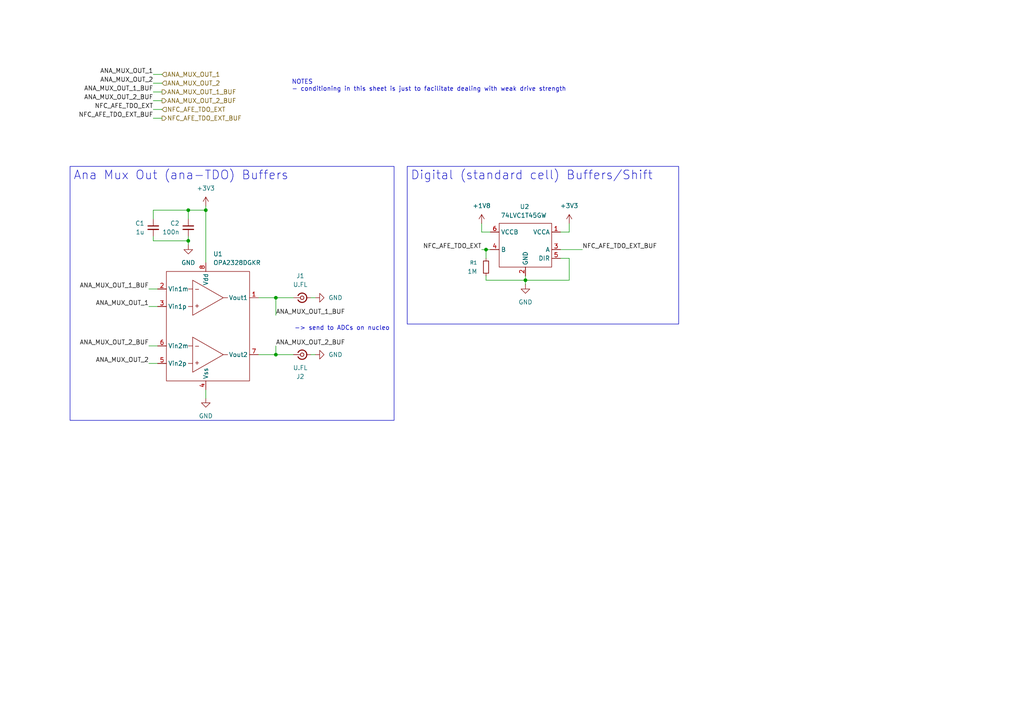
<source format=kicad_sch>
(kicad_sch (version 20250114) (generator "eeschema") (generator_version "9.0")
  (paper "A4")
  (title_block (title "AFE out signal buffers") (company "john kesler (jckesle2@ncsu.edu)"))
  (lib_symbols
    (symbol "592-partslib:74LVC1T45GW"
      (property "Reference" "U" (at 8.89 8.89 0))
      (property "Value" "74LVC1T45GW" (at 14.732 7.112 0))
      (symbol "74LVC1T45GW_0_1"
        (rectangle (start -7.62 6.35) (end 7.62 -6.35))
      )
      (symbol "74LVC1T45GW_1_1"
        (pin power_in line (at -10.16 3.81 0) (length 2.54) (name "VCCA") (number "1"))
        (pin bidirectional line (at -10.16 -1.27 0) (length 2.54) (name "A") (number "3"))
        (pin input line (at -10.16 -3.81 0) (length 2.54) (name "DIR") (number "5"))
        (pin power_in line (at 0 -8.89 90) (length 2.54) (name "GND") (number "2"))
        (pin power_in line (at 10.16 3.81 180) (length 2.54) (name "VCCB") (number "6"))
        (pin bidirectional line (at 10.16 -1.27 180) (length 2.54) (name "B") (number "4"))
      )
    )
    (symbol "592-partslib:OPA2328DR"
      (property "Reference" "U" (at 14.478 17.018 0))
      (property "Value" "OPA2328DR" (at 0 0 0))
      (symbol "OPA2328DR_0_1"
        (rectangle (start -11.43 16.51) (end 12.7 -15.24))
        (polyline (pts (xy -3.81 13.97) (xy -3.81 3.81) (xy 5.08 8.89) (xy -3.81 13.97)))
        (polyline (pts (xy -3.81 11.43) (xy -5.08 11.43)))
        (polyline (pts (xy -3.81 6.35) (xy -5.08 6.35)))
        (polyline (pts (xy -3.81 -2.54) (xy -3.81 -12.7) (xy 5.08 -7.62) (xy -3.81 -2.54)))
        (polyline (pts (xy -3.81 -5.08) (xy -5.08 -5.08)))
        (polyline (pts (xy -3.81 -10.16) (xy -5.08 -10.16)))
        (polyline (pts (xy 5.08 8.89) (xy 6.35 8.89)))
        (polyline (pts (xy 5.08 -7.62) (xy 6.35 -7.62)))
      )
      (symbol "OPA2328DR_1_1"
        (text "-" (at -2.54 11.43 0) (effects (font (size 1.27 1.27))))
        (text "+" (at -2.54 6.604 0) (effects (font (size 1.27 1.27))))
        (text "-" (at -2.54 -5.08 0) (effects (font (size 1.27 1.27))))
        (text "+" (at -2.54 -9.906 0) (effects (font (size 1.27 1.27))))
        (pin input line (at -13.97 11.43 0) (length 2.54) (name "Vin1m") (number "2"))
        (pin input line (at -13.97 6.35 0) (length 2.54) (name "Vin1p") (number "3"))
        (pin input line (at -13.97 -5.08 0) (length 2.54) (name "Vin2m") (number "6"))
        (pin input line (at -13.97 -10.16 0) (length 2.54) (name "Vin2p") (number "5"))
        (pin power_in line (at 0 19.05 270) (length 2.54) (name "Vdd") (number "8"))
        (pin power_in line (at 0 -17.78 90) (length 2.54) (name "Vss") (number "4"))
        (pin output line (at 15.24 8.89 180) (length 2.54) (name "Vout1") (number "1"))
        (pin output line (at 15.24 -7.62 180) (length 2.54) (name "Vout2") (number "7"))
      )
    )
    (symbol "Connector:Conn_Coaxial_Small" (pin_numbers (hide yes)) (pin_names (offset 1.016) (hide yes))
      (property "Reference" "J" (at 0.254 3.048 0))
      (property "Value" "Conn_Coaxial_Small" (at 0 -3.81 0))
      (symbol "Conn_Coaxial_Small_0_1"
        (polyline (pts (xy -2.54 0) (xy -0.508 0)))
        (circle (center 0 0) (radius 0.508) (stroke (width 0.2032)))
      )
      (symbol "Conn_Coaxial_Small_1_1"
        (arc (start 1.3484 0.0039) (mid 0.327 -1.308) (end -1.1916 -0.6311) (stroke (width 0.3048)))
        (arc (start -1.1916 0.6311) (mid 0.327 1.3081) (end 1.3484 -0.0039) (stroke (width 0.3048)))
        (pin passive line (at -2.54 0 0) (length 1.27) (name "In") (number "1"))
        (pin passive line (at 2.54 0 180) (length 1.27) (name "Ext") (number "2"))
      )
    )
    (symbol "Device:C_Small" (pin_numbers (hide yes)) (pin_names (offset 0.254) (hide yes))
      (property "Reference" "C" (at 0.254 1.778 0))
      (property "Value" "C_Small" (at 0.254 -2.032 0))
      (symbol "C_Small_0_1"
        (polyline (pts (xy -1.524 0.508) (xy 1.524 0.508)) (stroke (width 0.3048)))
        (polyline (pts (xy -1.524 -0.508) (xy 1.524 -0.508)) (stroke (width 0.3302)))
      )
      (symbol "C_Small_1_1"
        (pin passive line (at 0 2.54 270) (length 2.032) (name "~") (number "1"))
        (pin passive line (at 0 -2.54 90) (length 2.032) (name "~") (number "2"))
      )
    )
    (symbol "Device:R_Small" (pin_numbers (hide yes)) (pin_names (offset 0.254) (hide yes))
      (property "Reference" "R" (at 0 0 90))
      (property "Value" "R_Small" (at 1.778 0 90))
      (symbol "R_Small_0_1"
        (rectangle (start -0.762 1.778) (end 0.762 -1.778) (stroke (width 0.2032)))
      )
      (symbol "R_Small_1_1"
        (pin passive line (at 0 2.54 270) (length 0.762) (name "~") (number "1"))
        (pin passive line (at 0 -2.54 90) (length 0.762) (name "~") (number "2"))
      )
    )
    (symbol "power:+1V8" (power) (pin_numbers (hide yes)) (pin_names (offset 0) (hide yes))
      (property "Value" "+1V8" (at 0 3.556 0))
      (symbol "+1V8_0_1"
        (polyline (pts (xy -0.762 1.27) (xy 0 2.54)))
        (polyline (pts (xy 0 2.54) (xy 0.762 1.27)))
        (polyline (pts (xy 0 0) (xy 0 2.54)))
      )
      (symbol "+1V8_1_1"
        (pin power_in line (at 0 0 90) (length 0) (name "~") (number "1"))
      )
    )
    (symbol "power:+3V3" (power) (pin_numbers (hide yes)) (pin_names (offset 0) (hide yes))
      (property "Value" "+3V3" (at 0 3.556 0))
      (symbol "+3V3_0_1"
        (polyline (pts (xy -0.762 1.27) (xy 0 2.54)))
        (polyline (pts (xy 0 2.54) (xy 0.762 1.27)))
        (polyline (pts (xy 0 0) (xy 0 2.54)))
      )
      (symbol "+3V3_1_1"
        (pin power_in line (at 0 0 90) (length 0) (name "~") (number "1"))
      )
    )
    (symbol "power:GND" (power) (pin_numbers (hide yes)) (pin_names (offset 0) (hide yes))
      (property "Value" "GND" (at 0 -3.81 0))
      (symbol "GND_0_1"
        (polyline (pts (xy 0 0) (xy 0 -1.27) (xy 1.27 -1.27) (xy 0 -2.54) (xy -1.27 -1.27) (xy 0 -1.27)))
      )
      (symbol "GND_1_1"
        (pin power_in line (at 0 0 270) (length 0) (name "~") (number "1"))
      )
    )
  )
  (text "-> send to ADCs on nucleo" (at 85.344 95.25 0) (effects (font (size 1.27 1.27)) (justify left)))
  (text "NOTES\n- conditioning in this sheet is just to facilitate dealing with weak drive strength" (at 84.582 24.892 0) (effects (font (size 1.27 1.27)) (justify left)))
  (text_box "Digital (standard cell) Buffers/Shift" (at 118.11 48.26 0) (size 78.74 45.72) (margins 0.9525 0.9525 0.9525 0.9525) (effects (font (size 2.54 2.54)) (justify left top)))
  (text_box "Ana Mux Out (ana-TDO) Buffers" (at 20.32 48.26 0) (size 93.98 73.66) (margins 0.9525 0.9525 0.9525 0.9525) (effects (font (size 2.54 2.54)) (justify left top)))
  (junction (at 152.4 81.28))
  (junction (at 80.01 86.36))
  (junction (at 80.01 102.87))
  (junction (at 140.97 72.39))
  (junction (at 59.69 60.96))
  (junction (at 54.61 60.96))
  (junction (at 54.61 69.85))
  (wire (pts (xy 43.18 88.9) (xy 45.72 88.9)))
  (wire (pts (xy 165.1 64.77) (xy 165.1 67.31)))
  (wire (pts (xy 43.18 100.33) (xy 45.72 100.33)))
  (wire (pts (xy 139.7 64.77) (xy 139.7 67.31)))
  (wire (pts (xy 44.45 34.29) (xy 46.99 34.29)))
  (wire (pts (xy 80.01 100.33) (xy 80.01 102.87)))
  (wire (pts (xy 74.93 102.87) (xy 80.01 102.87)))
  (wire (pts (xy 44.45 21.59) (xy 46.99 21.59)))
  (wire (pts (xy 54.61 69.85) (xy 54.61 71.12)))
  (wire (pts (xy 152.4 81.28) (xy 152.4 82.55)))
  (wire (pts (xy 74.93 86.36) (xy 80.01 86.36)))
  (wire (pts (xy 142.24 72.39) (xy 140.97 72.39)))
  (wire (pts (xy 140.97 72.39) (xy 139.7 72.39)))
  (wire (pts (xy 162.56 72.39) (xy 168.91 72.39)))
  (wire (pts (xy 162.56 74.93) (xy 165.1 74.93)))
  (wire (pts (xy 140.97 81.28) (xy 152.4 81.28)))
  (wire (pts (xy 44.45 69.85) (xy 54.61 69.85)))
  (wire (pts (xy 59.69 59.69) (xy 59.69 60.96)))
  (wire (pts (xy 140.97 80.01) (xy 140.97 81.28)))
  (wire (pts (xy 44.45 68.58) (xy 44.45 69.85)))
  (wire (pts (xy 90.17 102.87) (xy 91.44 102.87)))
  (wire (pts (xy 44.45 29.21) (xy 46.99 29.21)))
  (wire (pts (xy 59.69 113.03) (xy 59.69 115.57)))
  (wire (pts (xy 140.97 72.39) (xy 140.97 74.93)))
  (wire (pts (xy 152.4 80.01) (xy 152.4 81.28)))
  (wire (pts (xy 44.45 24.13) (xy 46.99 24.13)))
  (wire (pts (xy 43.18 105.41) (xy 45.72 105.41)))
  (wire (pts (xy 59.69 60.96) (xy 59.69 76.2)))
  (wire (pts (xy 59.69 60.96) (xy 54.61 60.96)))
  (wire (pts (xy 165.1 74.93) (xy 165.1 81.28)))
  (wire (pts (xy 139.7 67.31) (xy 142.24 67.31)))
  (wire (pts (xy 44.45 26.67) (xy 46.99 26.67)))
  (wire (pts (xy 80.01 86.36) (xy 85.09 86.36)))
  (wire (pts (xy 54.61 60.96) (xy 54.61 63.5)))
  (wire (pts (xy 90.17 86.36) (xy 91.44 86.36)))
  (wire (pts (xy 162.56 67.31) (xy 165.1 67.31)))
  (wire (pts (xy 165.1 81.28) (xy 152.4 81.28)))
  (wire (pts (xy 44.45 31.75) (xy 46.99 31.75)))
  (wire (pts (xy 43.18 83.82) (xy 45.72 83.82)))
  (wire (pts (xy 44.45 60.96) (xy 54.61 60.96)))
  (wire (pts (xy 80.01 102.87) (xy 85.09 102.87)))
  (wire (pts (xy 44.45 63.5) (xy 44.45 60.96)))
  (wire (pts (xy 80.01 86.36) (xy 80.01 91.44)))
  (wire (pts (xy 54.61 68.58) (xy 54.61 69.85)))
  (label "ANA_MUX_OUT_2_BUF" (at 44.45 29.21 180))
  (label "NFC_AFE_TDO_EXT_BUF" (at 44.45 34.29 180))
  (label "NFC_AFE_TDO_EXT" (at 44.45 31.75 180))
  (label "ANA_MUX_OUT_1" (at 44.45 21.59 180))
  (label "ANA_MUX_OUT_1_BUF" (at 80.01 91.44 0))
  (label "ANA_MUX_OUT_1_BUF" (at 44.45 26.67 180))
  (label "NFC_AFE_TDO_EXT" (at 139.7 72.39 180))
  (label "NFC_AFE_TDO_EXT_BUF" (at 168.91 72.39 0))
  (label "ANA_MUX_OUT_1" (at 43.18 88.9 180))
  (label "ANA_MUX_OUT_2" (at 43.18 105.41 180))
  (label "ANA_MUX_OUT_2" (at 44.45 24.13 180))
  (label "ANA_MUX_OUT_2_BUF" (at 43.18 100.33 180))
  (label "ANA_MUX_OUT_1_BUF" (at 43.18 83.82 180))
  (label "ANA_MUX_OUT_2_BUF" (at 80.01 100.33 0))
  (hierarchical_label "NFC_AFE_TDO_EXT" (shape input) (at 46.99 31.75 0))
  (hierarchical_label "ANA_MUX_OUT_2" (shape input) (at 46.99 24.13 0))
  (hierarchical_label "ANA_MUX_OUT_1_BUF" (shape output) (at 46.99 26.67 0))
  (hierarchical_label "ANA_MUX_OUT_1" (shape input) (at 46.99 21.59 0))
  (hierarchical_label "ANA_MUX_OUT_2_BUF" (shape output) (at 46.99 29.21 0))
  (hierarchical_label "NFC_AFE_TDO_EXT_BUF" (shape output) (at 46.99 34.29 0))
  (symbol (lib_id "power:GND") (at 91.44 102.87 90) (unit 1)
    (property "Reference" "#PWR05" (effects (hide yes)))
    (property "Value" "GND" (at 95.25 102.8699 90) (effects (justify right)))
    (property "Description" "Power symbol creates a global label with name \"GND\" , ground" (effects (hide yes)))
  )
  (symbol (lib_id "Connector:Conn_Coaxial_Small") (at 87.63 86.36 0) (unit 1)
    (property "Reference" "J1" (at 87.1104 80.01 0))
    (property "Value" "U.FL" (at 87.1104 82.55 0))
    (property "Footprint" "Connector_Coaxial:U.FL_Hirose_U.FL-R-SMT-1_Vertical" (effects (hide yes)))
    (property "Description" "small coaxial connector (BNC, SMA, SMB, SMC, Cinch/RCA, LEMO, ...)" (effects (hide yes)))
    (property "LCSC" "C5137195" (effects (hide yes)))
  )
  (symbol (lib_id "power:+3V3") (at 59.69 59.69 0) (unit 1)
    (property "Reference" "#PWR02" (effects (hide yes)))
    (property "Value" "+3V3" (at 59.69 54.61 0))
    (property "Description" "Power symbol creates a global label with name \"+3V3\"" (effects (hide yes)))
  )
  (symbol (lib_id "power:GND") (at 152.4 82.55 0) (mirror y) (unit 1)
    (property "Reference" "#PWR07" (effects (hide yes)))
    (property "Value" "GND" (at 152.4 87.63 0))
    (property "Description" "Power symbol creates a global label with name \"GND\" , ground" (effects (hide yes)))
  )
  (symbol (lib_id "power:GND") (at 59.69 115.57 0) (unit 1)
    (property "Reference" "#PWR03" (effects (hide yes)))
    (property "Value" "GND" (at 59.69 120.65 0))
    (property "Description" "Power symbol creates a global label with name \"GND\" , ground" (effects (hide yes)))
  )
  (symbol (lib_id "592-partslib:74LVC1T45GW") (at 152.4 71.12 0) (mirror y) (unit 1)
    (property "Reference" "U2" (at 152.146 59.944 0))
    (property "Value" "74LVC1T45GW" (at 151.892 62.484 0))
    (property "Footprint" "Package_TO_SOT_SMD:SOT-363_SC-70-6" (effects (hide yes)))
    (property "Datasheet" "https://www.lcsc.com/datasheet/C478004.pdf" (effects (hide yes)))
    (property "LCSC" "C478004" (effects (hide yes)))
  )
  (symbol (lib_id "power:+3V3") (at 165.1 64.77 0) (mirror y) (unit 1)
    (property "Reference" "#PWR08" (effects (hide yes)))
    (property "Value" "+3V3" (at 165.1 59.69 0))
    (property "Description" "Power symbol creates a global label with name \"+3V3\"" (effects (hide yes)))
  )
  (symbol (lib_id "power:GND") (at 91.44 86.36 90) (unit 1)
    (property "Reference" "#PWR04" (effects (hide yes)))
    (property "Value" "GND" (at 95.25 86.3599 90) (effects (justify right)))
    (property "Description" "Power symbol creates a global label with name \"GND\" , ground" (effects (hide yes)))
  )
  (symbol (lib_id "592-partslib:OPA2328DR") (at 59.69 95.25 0) (unit 1)
    (property "Reference" "U1" (at 61.8333 73.66 0) (effects (justify left)))
    (property "Value" "OPA2328DGKR" (at 61.8333 76.2 0) (effects (justify left)))
    (property "Footprint" "Package_SO:VSSOP-8_3x3mm_P0.65mm" (effects (hide yes)))
    (property "Datasheet" "https://www.lcsc.com/datasheet/C5214797.pdf" (effects (hide yes)))
    (property "LCSC" "C5214797" (effects (hide yes)))
  )
  (symbol (lib_id "power:GND") (at 54.61 71.12 0) (unit 1)
    (property "Reference" "#PWR01" (effects (hide yes)))
    (property "Value" "GND" (at 54.61 76.2 0))
    (property "Description" "Power symbol creates a global label with name \"GND\" , ground" (effects (hide yes)))
  )
  (symbol (lib_id "Connector:Conn_Coaxial_Small") (at 87.63 102.87 0) (mirror x) (unit 1)
    (property "Reference" "J2" (at 87.1104 109.22 0))
    (property "Value" "U.FL" (at 87.1104 106.68 0))
    (property "Footprint" "Connector_Coaxial:U.FL_Hirose_U.FL-R-SMT-1_Vertical" (effects (hide yes)))
    (property "Description" "small coaxial connector (BNC, SMA, SMB, SMC, Cinch/RCA, LEMO, ...)" (effects (hide yes)))
    (property "LCSC" "C5137195" (effects (hide yes)))
  )
  (symbol (lib_id "Device:R_Small") (at 140.97 77.47 0) (mirror x) (unit 1)
    (property "Reference" "R1" (at 138.43 76.1999 0) (effects (font (size 1.016 1.016)) (justify right)))
    (property "Value" "1M" (at 138.43 78.7399 0) (effects (justify right)))
    (property "Footprint" "Resistor_SMD:R_0402_1005Metric" (effects (hide yes)))
    (property "Description" "Resistor, small symbol" (effects (hide yes)))
    (property "LCSC" "C26083" (effects (hide yes)))
  )
  (symbol (lib_id "Device:C_Small") (at 44.45 66.04 0) (mirror y) (unit 1)
    (property "Reference" "C1" (at 41.91 64.7762 0) (effects (justify left)))
    (property "Value" "1u" (at 41.91 67.3162 0) (effects (justify left)))
    (property "Footprint" "Capacitor_SMD:C_0603_1608Metric" (effects (hide yes)))
    (property "Description" "Unpolarized capacitor, small symbol" (effects (hide yes)))
    (property "LCSC" "C15849" (effects (hide yes)))
  )
  (symbol (lib_id "Device:C_Small") (at 54.61 66.04 0) (mirror y) (unit 1)
    (property "Reference" "C2" (at 52.07 64.7762 0) (effects (justify left)))
    (property "Value" "100n" (at 52.07 67.3162 0) (effects (justify left)))
    (property "Footprint" "Capacitor_SMD:C_0402_1005Metric" (effects (hide yes)))
    (property "Description" "Unpolarized capacitor, small symbol" (effects (hide yes)))
    (property "LCSC" "C1525" (effects (hide yes)))
  )
  (symbol (lib_id "power:+1V8") (at 139.7 64.77 0) (mirror y) (unit 1)
    (property "Reference" "#PWR06" (effects (hide yes)))
    (property "Value" "+1V8" (at 139.7 59.69 0))
    (property "Description" "Power symbol creates a global label with name \"+1V8\"" (effects (hide yes)))
  )
)
</source>
